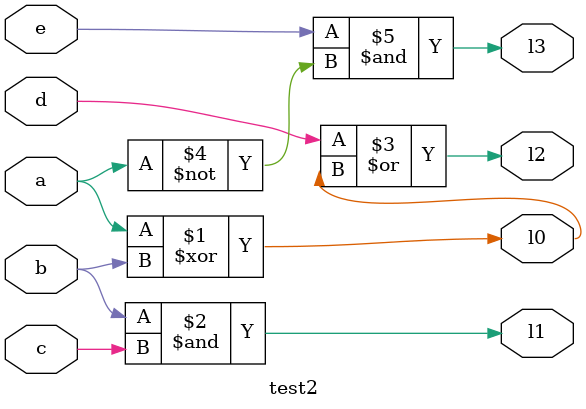
<source format=v>
module test2(
    input   a, b, c, d, e,
    output  l0, l1, l2, l3
    );
//comentario

assign l0 = a^b;
assign l1 = b&c;
assign l2 = d|l0;
assign l3 = e&~a;

endmodule
</source>
